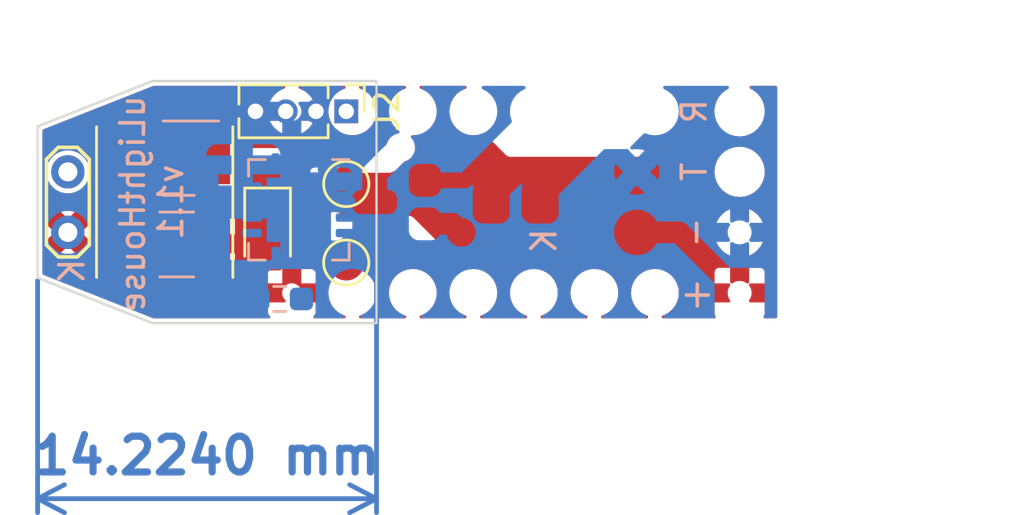
<source format=kicad_pcb>
(kicad_pcb (version 20221018) (generator pcbnew)
  (layers (0 "F.Cu" signal) (31 "B.Cu" signal) (34 "B.Paste" user) (35 "F.Paste" user) (36 "B.SilkS" user "B.Silkscreen") (37 "F.SilkS" user "F.Silkscreen") (38 "B.Mask" user) (39 "F.Mask" user) (44 "Edge.Cuts" user))
  (net 0 "")
  (net 1 "GND")
  (net 2 "Net-(D1-K)")
  (net 3 "Net-(D1-A)")
  (net 4 "Net-(D2-A)")
  (net 5 "Net-(Q1-G)")
  (net 6 "Net-(J2-Pin_3)")
  (net 7 "Net-(J2-Pin_4)")
  (net 8 "/Vcc")
  (footprint "Connector_PinHeader_1.27mm:PinHeader_1x04_P1.27mm_Vertical" (layer "F.Cu") (at 147.32 90.932 -90)
    (fp_text reference "J2" (at 0 -1.695 90) (layer "F.SilkS"))
    (fp_text value "Conn_01x04")
    (fp_line (start -1.11 -0.76) (end 0 -0.76) (stroke (width 0.12)) (layer "F.SilkS"))
    (fp_line (start -1.11 0) (end -1.11 -0.76) (stroke (width 0.12)) (layer "F.SilkS"))
    (fp_line (start -1.11 0.76) (end -1.11 4.505) (stroke (width 0.12)) (layer "F.SilkS"))
    (fp_line (start -1.11 0.76) (end -0.563471 0.76) (stroke (width 0.12)) (layer "F.SilkS"))
    (fp_line (start -1.11 4.505) (end -0.30753 4.505) (stroke (width 0.12)) (layer "F.SilkS"))
    (fp_line (start 0.30753 4.505) (end 1.11 4.505) (stroke (width 0.12)) (layer "F.SilkS"))
    (fp_line (start 0.563471 0.76) (end 1.11 0.76) (stroke (width 0.12)) (layer "F.SilkS"))
    (fp_line (start 1.11 0.76) (end 1.11 4.505) (stroke (width 0.12)) (layer "F.SilkS"))
    (pad "1" thru_hole rect (at 0 0 270) (size 1 1) (drill 0.65) (layers "*.Cu" "*.Mask") (net 8 "/Vcc"))
    (pad "2" thru_hole oval (at 0 1.27 270) (size 1 1) (drill 0.65) (layers "*.Cu" "*.Mask") (net 1 "GND"))
    (pad "3" thru_hole oval (at 0 2.54 270) (size 1 1) (drill 0.65) (layers "*.Cu" "*.Mask") (net 6 "Net-(J2-Pin_3)"))
    (pad "4" thru_hole oval (at 0 3.81 270) (size 1 1) (drill 0.65) (layers "*.Cu" "*.Mask") (net 7 "Net-(J2-Pin_4)"))
  )
  (footprint "Inductor_SMD:L_TTElectronics_HM79M-20xxx" (layer "F.Cu") (at 139.7 94.742 90)
    (fp_text reference "L1" hide)
    (fp_text value "1mH")
    (fp_line (start -3.16 -2.86) (end 3.16 -2.86) (stroke (width 0.12)) (layer "F.SilkS"))
    (fp_line (start -3.16 2.86) (end 3.16 2.86) (stroke (width 0.12)) (layer "F.SilkS"))
    (pad "1" smd rect (at -1.75 0 90) (size 2 5.5) (layers "F.Cu" "F.Paste" "F.Mask") (net 8 "/Vcc"))
    (pad "2" smd rect (at 1.75 0 90) (size 2 5.5) (layers "F.Cu" "F.Paste" "F.Mask") (net 4 "Net-(D2-A)"))
  )
  (footprint "LED_SMD:LED_0805_2012Metric_Pad1.15x1.40mm_HandSolder" (layer "F.Cu") (at 144.018 96.012 -90)
    (fp_text reference "D1" hide)
    (fp_text value "Orange LED")
    (fp_line (start -1.86 -0.96) (end -1.86 0.96) (stroke (width 0.12)) (layer "F.SilkS"))
    (fp_line (start -1.86 0.96) (end 1 0.96) (stroke (width 0.12)) (layer "F.SilkS"))
    (fp_line (start 1 -0.96) (end -1.86 -0.96) (stroke (width 0.12)) (layer "F.SilkS"))
    (pad "1" smd roundrect (at -1.025 0 270) (size 1.15 1.4) (layers "F.Cu" "F.Paste" "F.Mask") (roundrect_rratio 0.2173913043) (net 2 "Net-(D1-K)"))
    (pad "2" smd roundrect (at 1.025 0 270) (size 1.15 1.4) (layers "F.Cu" "F.Paste" "F.Mask") (roundrect_rratio 0.2173913043) (net 3 "Net-(D1-A)"))
  )
  (footprint "TestPoint:TestPoint_Pad_D1.5mm" (layer "F.Cu") (at 147.32 93.98 180)
    (fp_text reference "J3" hide)
    (fp_text value "GND")
    (fp_circle (center 0 0) (end 0 0.95) (stroke (width 0.12)) (fill none) (layer "F.SilkS"))
    (pad "1" smd circle (at 0 0 180) (size 1.5 1.5) (layers "F.Cu" "F.Mask") (net 1 "GND"))
  )
  (footprint "TestPoint:TestPoint_Pad_D1.5mm" (layer "F.Cu") (at 147.32 97.282 90)
    (fp_text reference "J1" hide)
    (fp_text value "VCC")
    (fp_circle (center 0 0) (end 0 0.95) (stroke (width 0.12)) (fill none) (layer "F.SilkS"))
    (pad "1" smd circle (at 0 0 90) (size 1.5 1.5) (layers "F.Cu" "F.Mask") (net 8 "/Vcc"))
  )
  (footprint "TestPoint:TestPoint_2Pads_Pitch2.54mm_Drill0.8mm" (layer "F.Cu") (at 135.636 96.012 90)
    (fp_text reference "D2" hide)
    (fp_text value "Warm white LED")
    (fp_line (start -1.03 -0.4) (end -0.53 -0.9) (stroke (width 0.15)) (layer "F.SilkS"))
    (fp_line (start -1.03 0.4) (end -1.03 -0.4) (stroke (width 0.15)) (layer "F.SilkS"))
    (fp_line (start -0.53 -0.9) (end 3.07 -0.9) (stroke (width 0.15)) (layer "F.SilkS"))
    (fp_line (start -0.53 0.9) (end -1.03 0.4) (stroke (width 0.15)) (layer "F.SilkS"))
    (fp_line (start 3.07 -0.9) (end 3.57 -0.4) (stroke (width 0.15)) (layer "F.SilkS"))
    (fp_line (start 3.07 0.9) (end -0.53 0.9) (stroke (width 0.15)) (layer "F.SilkS"))
    (fp_line (start 3.57 -0.4) (end 3.57 0.4) (stroke (width 0.15)) (layer "F.SilkS"))
    (fp_line (start 3.57 0.4) (end 3.07 0.9) (stroke (width 0.15)) (layer "F.SilkS"))
    (pad "1" thru_hole circle (at 0 0 90) (size 1.4 1.4) (drill 0.8) (layers "*.Cu" "*.Mask") (net 8 "/Vcc"))
    (pad "2" thru_hole circle (at 2.54 0 90) (size 1.4 1.4) (drill 0.8) (layers "*.Cu" "*.Mask") (net 4 "Net-(D2-A)"))
  )
  (footprint "Package_TO_SOT_SMD:SOT-23" (layer "B.Cu") (at 140.2865 92.898 180)
    (fp_text reference "Q1" hide)
    (fp_text value "IRLML6344")
    (fp_line (start 0 -1.56) (end -0.65 -1.56) (stroke (width 0.12)) (layer "B.SilkS"))
    (fp_line (start 0 -1.56) (end 0.65 -1.56) (stroke (width 0.12)) (layer "B.SilkS"))
    (fp_line (start 0 1.56) (end -1.675 1.56) (stroke (width 0.12)) (layer "B.SilkS"))
    (fp_line (start 0 1.56) (end 0.65 1.56) (stroke (width 0.12)) (layer "B.SilkS"))
    (pad "1" smd roundrect (at -0.9375 0.95 180) (size 1.475 0.6) (layers "B.Cu" "B.Paste" "B.Mask") (net 5 "Net-(Q1-G)"))
    (pad "2" smd roundrect (at -0.9375 -0.95 180) (size 1.475 0.6) (layers "B.Cu" "B.Paste" "B.Mask") (net 1 "GND"))
    (pad "3" smd roundrect (at 0.9375 0 180) (size 1.475 0.6) (layers "B.Cu" "B.Paste" "B.Mask") (net 4 "Net-(D2-A)"))
  )
  (footprint "Resistor_SMD:R_0603_1608Metric_Pad0.98x0.95mm_HandSolder" (layer "B.Cu") (at 144.526 98.806 180)
    (fp_text reference "R1" hide)
    (fp_text value "10k")
    (fp_line (start -0.254724 -0.5225) (end 0.254724 -0.5225) (stroke (width 0.12)) (layer "B.SilkS"))
    (fp_line (start -0.254724 0.5225) (end 0.254724 0.5225) (stroke (width 0.12)) (layer "B.SilkS"))
    (pad "1" smd roundrect (at -0.9125 0 180) (size 0.975 0.95) (layers "B.Cu" "B.Paste" "B.Mask") (net 8 "/Vcc"))
    (pad "2" smd roundrect (at 0.9125 0 180) (size 0.975 0.95) (layers "B.Cu" "B.Paste" "B.Mask") (net 7 "Net-(J2-Pin_4)"))
  )
  (footprint "Package_DFN_QFN:Texas_S-PVQFN-N16_EP2.7x2.7mm" (layer "B.Cu") (at 145.329 95.0655 180)
    (fp_text reference "U1" hide)
    (fp_text value "MSP430G2231IN14")
    (fp_line (start -2.11 -2.11) (end -2.11 -1.41) (stroke (width 0.12)) (layer "B.SilkS"))
    (fp_line (start -1.41 -2.11) (end -2.11 -2.11) (stroke (width 0.12)) (layer "B.SilkS"))
    (fp_line (start -1.41 2.11) (end -2.11 2.11) (stroke (width 0.12)) (layer "B.SilkS"))
    (fp_line (start 1.41 -2.11) (end 2.11 -2.11) (stroke (width 0.12)) (layer "B.SilkS"))
    (fp_line (start 1.41 2.11) (end 2.11 2.11) (stroke (width 0.12)) (layer "B.SilkS"))
    (fp_line (start 2.11 -2.11) (end 2.11 -1.41) (stroke (width 0.12)) (layer "B.SilkS"))
    (fp_line (start 2.11 2.11) (end 2.11 1.41) (stroke (width 0.12)) (layer "B.SilkS"))
    (pad "1" smd roundrect (at -1.9625 0.975 180) (size 0.825 0.35) (layers "B.Cu" "B.Paste" "B.Mask"))
    (pad "2" smd roundrect (at -1.9625 0.325 180) (size 0.825 0.35) (layers "B.Cu" "B.Paste" "B.Mask"))
    (pad "3" smd roundrect (at -1.9625 -0.325 180) (size 0.825 0.35) (layers "B.Cu" "B.Paste" "B.Mask") (net 5 "Net-(Q1-G)"))
    (pad "4" smd roundrect (at -1.9625 -0.975 180) (size 0.825 0.35) (layers "B.Cu" "B.Paste" "B.Mask"))
    (pad "5" smd roundrect (at -0.975 -1.9625 180) (size 0.35 0.825) (layers "B.Cu" "B.Paste" "B.Mask") (net 3 "Net-(D1-A)"))
    (pad "6" smd roundrect (at -0.325 -1.9625 180) (size 0.35 0.825) (layers "B.Cu" "B.Paste" "B.Mask") (net 2 "Net-(D1-K)"))
    (pad "7" smd roundrect (at 0.325 -1.9625 180) (size 0.35 0.825) (layers "B.Cu" "B.Paste" "B.Mask"))
    (pad "8" smd roundrect (at 0.975 -1.9625 180) (size 0.35 0.825) (layers "B.Cu" "B.Paste" "B.Mask"))
    (pad "9" smd roundrect (at 1.9625 -0.975 180) (size 0.825 0.35) (layers "B.Cu" "B.Paste" "B.Mask") (net 7 "Net-(J2-Pin_4)"))
    (pad "10" smd roundrect (at 1.9625 -0.325 180) (size 0.825 0.35) (layers "B.Cu" "B.Paste" "B.Mask") (net 6 "Net-(J2-Pin_3)"))
    (pad "11" smd roundrect (at 1.9625 0.325 180) (size 0.825 0.35) (layers "B.Cu" "B.Paste" "B.Mask"))
    (pad "12" smd roundrect (at 1.9625 0.975 180) (size 0.825 0.35) (layers "B.Cu" "B.Paste" "B.Mask"))
    (pad "13" smd roundrect (at 0.975 1.9625 180) (size 0.35 0.825) (layers "B.Cu" "B.Paste" "B.Mask") (net 1 "GND"))
    (pad "14" smd roundrect (at 0.325 1.9625 180) (size 0.35 0.825) (layers "B.Cu" "B.Paste" "B.Mask") (net 1 "GND"))
    (pad "15" smd roundrect (at -0.325 1.9625 180) (size 0.35 0.825) (layers "B.Cu" "B.Paste" "B.Mask") (net 8 "/Vcc"))
    (pad "16" smd roundrect (at -0.975 1.9625 180) (size 0.35 0.825) (layers "B.Cu" "B.Paste" "B.Mask") (net 8 "/Vcc"))
    (pad "17" smd rect (at 0 0 180) (size 2.7 2.7) (layers "B.Cu" "B.Mask"))
  )
  (footprint "Capacitor_SMD:C_1210_3225Metric_Pad1.33x2.70mm_HandSolder" (layer "B.Cu") (at 140.208 96.52)
    (fp_text reference "C1" hide)
    (fp_text value "47uF")
    (fp_line (start -0.711252 -1.36) (end 0.711252 -1.36) (stroke (width 0.12)) (layer "B.SilkS"))
    (fp_line (start -0.711252 1.36) (end 0.711252 1.36) (stroke (width 0.12)) (layer "B.SilkS"))
    (pad "1" smd roundrect (at -1.5625 0) (size 1.325 2.7) (layers "B.Cu" "B.Paste" "B.Mask") (roundrect_rratio 0.1886792453) (net 8 "/Vcc"))
    (pad "2" smd roundrect (at 1.5625 0) (size 1.325 2.7) (layers "B.Cu" "B.Paste" "B.Mask") (roundrect_rratio 0.1886792453) (net 1 "GND"))
  )
  (gr_poly (pts (xy 148.59 99.822) (xy 139.192 99.822) (xy 134.366 97.917) (xy 134.366 91.567) (xy 139.192 89.662) (xy 148.59 89.662)) (stroke (width 0.1)) (fill none) (layer "Edge.Cuts"))
  (gr_text "K" (at 136.398 97.028 90) (layer "B.SilkS") (effects (font (size 1.016 1.016) (thickness 0.153)) (justify left bottom mirror)))
  (gr_text "+" (at 162.052 98.552) (layer "B.SilkS") (effects (font (size 1.2 1.2) (thickness 0.153))))
  (gr_text "R" (at 161.925 90.932 90) (layer "B.SilkS") (effects (font (size 1 1) (thickness 0.153)) (justify mirror)))
  (gr_text "T" (at 161.925 93.472 90) (layer "B.SilkS") (effects (font (size 1 1) (thickness 0.153))))
  (gr_text "-" (at 161.9504 96.012 90) (layer "B.SilkS") (effects (font (size 1 1) (thickness 0.153))))
  (gr_text "uLightHouse" (at 138.938 90.17 90) (layer "B.SilkS") (effects (font (size 1 1) (thickness 0.153)) (justify left bottom mirror)))
  (gr_text "K" (at 156.21 95.758 90) (layer "B.SilkS") (effects (font (size 1.016 1.016) (thickness 0.153)) (justify left bottom mirror)))
  (gr_text "v1.1" (at 139.954 94.742 90) (layer "B.SilkS") (effects (font (size 1 1) (thickness 0.153)) (justify mirror)))
  (dimension (type aligned) (layer "B.Cu") (pts (xy 134.366 97.536) (xy 148.59 97.536)) (height 9.65286) (gr_text "14.2240 mm" (at 141.478 105.38886) (layer "B.Cu") (effects (font (size 1.5 1.5) (thickness 0.3)))) (format (prefix "") (suffix "") (units 3) (units_format 1) (precision 4)) (style (thickness 0.2) (arrow_length 1.27) (text_position_mode 0) (extension_height 0.58642) (extension_offset 0.5) keep_text_aligned))
  (zone (net 8) (net_name "/Vcc") (layer "F.Cu") (name "Vcc") (connect_pads (clearance 0.127)) (min_thickness 0.127) (fill yes (thermal_gap 0.2) (thermal_bridge_width 0.8) (smoothing chamfer))
    (polygon (pts (xy 133.096 101.092) (xy 133.096 87.757) (xy 174.244 87.757) (xy 174.244 101.092)))
  )
  (zone (net 1) (net_name "GND") (layer "B.Cu") (name "GND") (connect_pads (clearance 0.127)) (min_thickness 0.15) (fill yes (thermal_gap 0.2) (thermal_bridge_width 0.8) (smoothing fillet))
    (polygon (pts (xy 133.096 101.092) (xy 133.096 87.757) (xy 175.768 87.757) (xy 175.768 101.092)))
  )
)
</source>
